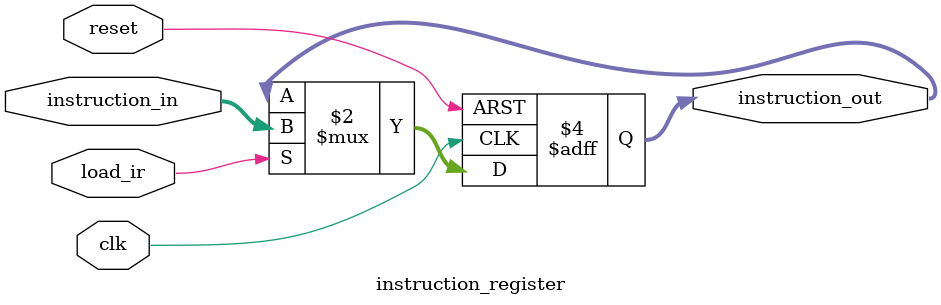
<source format=v>
`include "../common/defines.vh"
module instruction_register(
	input 				clk,
	input					reset,
	input					load_ir,				// load enable
	input			[7:0]	instruction_in,	// instruction to be loaded
	output reg	[7:0]	instruction_out	// instruction held in IR
);

always @(posedge clk or posedge reset) begin
	if (reset)
		instruction_out <= 8'd0;
	else if (load_ir)
		instruction_out <= instruction_in;
end
endmodule
</source>
